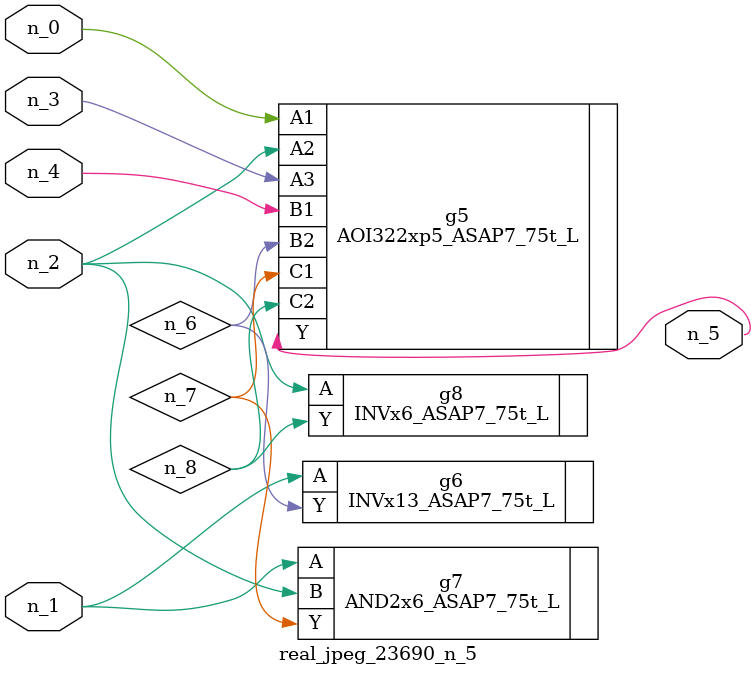
<source format=v>
module real_jpeg_23690_n_5 (n_4, n_0, n_1, n_2, n_3, n_5);

input n_4;
input n_0;
input n_1;
input n_2;
input n_3;

output n_5;

wire n_8;
wire n_6;
wire n_7;

AOI322xp5_ASAP7_75t_L g5 ( 
.A1(n_0),
.A2(n_2),
.A3(n_3),
.B1(n_4),
.B2(n_6),
.C1(n_7),
.C2(n_8),
.Y(n_5)
);

INVx13_ASAP7_75t_L g6 ( 
.A(n_1),
.Y(n_6)
);

AND2x6_ASAP7_75t_L g7 ( 
.A(n_1),
.B(n_2),
.Y(n_7)
);

INVx6_ASAP7_75t_L g8 ( 
.A(n_2),
.Y(n_8)
);


endmodule
</source>
